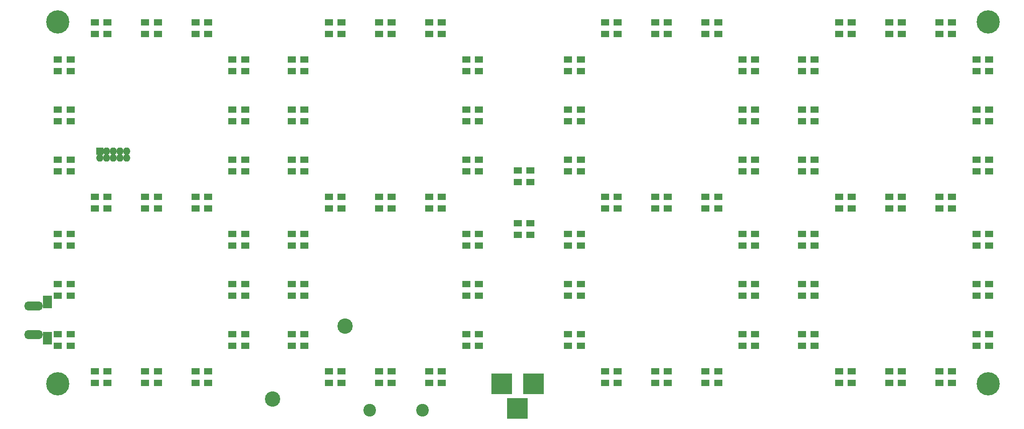
<source format=gbr>
G04 #@! TF.GenerationSoftware,KiCad,Pcbnew,(5.0.0)*
G04 #@! TF.CreationDate,2020-11-20T21:13:12-05:00*
G04 #@! TF.ProjectId,WS2812B Mini Clock,57533238313242204D696E6920436C6F,rev?*
G04 #@! TF.SameCoordinates,Original*
G04 #@! TF.FileFunction,Soldermask,Top*
G04 #@! TF.FilePolarity,Negative*
%FSLAX46Y46*%
G04 Gerber Fmt 4.6, Leading zero omitted, Abs format (unit mm)*
G04 Created by KiCad (PCBNEW (5.0.0)) date 11/20/20 21:13:12*
%MOMM*%
%LPD*%
G01*
G04 APERTURE LIST*
%ADD10R,1.500000X1.300000*%
%ADD11C,4.400000*%
%ADD12C,2.900000*%
%ADD13O,3.550000X1.700000*%
%ADD14R,1.800000X2.400000*%
%ADD15R,1.400000X1.400000*%
%ADD16O,1.400000X1.400000*%
%ADD17C,2.400000*%
%ADD18R,3.900000X3.900000*%
G04 APERTURE END LIST*
D10*
G04 #@! TO.C,U71*
X195200000Y-86150000D03*
X195200000Y-88350000D03*
X192800000Y-88350000D03*
X192800000Y-86150000D03*
G04 #@! TD*
G04 #@! TO.C,U54*
X150950000Y-86150000D03*
X150950000Y-88350000D03*
X148550000Y-88350000D03*
X148550000Y-86150000D03*
G04 #@! TD*
G04 #@! TO.C,U58*
X150950000Y-109650000D03*
X150950000Y-111850000D03*
X148550000Y-111850000D03*
X148550000Y-109650000D03*
G04 #@! TD*
G04 #@! TO.C,U49*
X150950000Y-95650000D03*
X150950000Y-97850000D03*
X148550000Y-97850000D03*
X148550000Y-95650000D03*
G04 #@! TD*
G04 #@! TO.C,U59*
X150950000Y-76650000D03*
X150950000Y-78850000D03*
X148550000Y-78850000D03*
X148550000Y-76650000D03*
G04 #@! TD*
D11*
G04 #@! TO.C,REF3*
X228000000Y-69500000D03*
G04 #@! TD*
D10*
G04 #@! TO.C,U53*
X150950000Y-119150000D03*
X150950000Y-121350000D03*
X148550000Y-121350000D03*
X148550000Y-119150000D03*
G04 #@! TD*
D11*
G04 #@! TO.C,REF4*
X228000000Y-138000000D03*
G04 #@! TD*
D10*
G04 #@! TO.C,U89*
X221200000Y-102650000D03*
X221200000Y-104850000D03*
X218800000Y-104850000D03*
X218800000Y-102650000D03*
G04 #@! TD*
G04 #@! TO.C,U80*
X221200000Y-135650000D03*
X221200000Y-137850000D03*
X218800000Y-137850000D03*
X218800000Y-135650000D03*
G04 #@! TD*
G04 #@! TO.C,U86*
X228200000Y-95650000D03*
X228200000Y-97850000D03*
X225800000Y-97850000D03*
X225800000Y-95650000D03*
G04 #@! TD*
G04 #@! TO.C,U67*
X202200000Y-69650000D03*
X202200000Y-71850000D03*
X199800000Y-71850000D03*
X199800000Y-69650000D03*
G04 #@! TD*
G04 #@! TO.C,U82*
X228200000Y-86150000D03*
X228200000Y-88350000D03*
X225800000Y-88350000D03*
X225800000Y-86150000D03*
G04 #@! TD*
G04 #@! TO.C,U72*
X211700000Y-69650000D03*
X211700000Y-71850000D03*
X209300000Y-71850000D03*
X209300000Y-69650000D03*
G04 #@! TD*
G04 #@! TO.C,U87*
X228200000Y-128650000D03*
X228200000Y-130850000D03*
X225800000Y-130850000D03*
X225800000Y-128650000D03*
G04 #@! TD*
G04 #@! TO.C,U83*
X228200000Y-119150000D03*
X228200000Y-121350000D03*
X225800000Y-121350000D03*
X225800000Y-119150000D03*
G04 #@! TD*
G04 #@! TO.C,U79*
X228200000Y-109650000D03*
X228200000Y-111850000D03*
X225800000Y-111850000D03*
X225800000Y-109650000D03*
G04 #@! TD*
G04 #@! TO.C,U66*
X195200000Y-95650000D03*
X195200000Y-97850000D03*
X192800000Y-97850000D03*
X192800000Y-95650000D03*
G04 #@! TD*
G04 #@! TO.C,U76*
X195200000Y-76650000D03*
X195200000Y-78850000D03*
X192800000Y-78850000D03*
X192800000Y-76650000D03*
G04 #@! TD*
G04 #@! TO.C,U85*
X211700000Y-102650000D03*
X211700000Y-104850000D03*
X209300000Y-104850000D03*
X209300000Y-102650000D03*
G04 #@! TD*
G04 #@! TO.C,U81*
X202200000Y-102650000D03*
X202200000Y-104850000D03*
X199800000Y-104850000D03*
X199800000Y-102650000D03*
G04 #@! TD*
G04 #@! TO.C,U88*
X202200000Y-135650000D03*
X202200000Y-137850000D03*
X199800000Y-137850000D03*
X199800000Y-135650000D03*
G04 #@! TD*
G04 #@! TO.C,U78*
X228200000Y-76650000D03*
X228200000Y-78850000D03*
X225800000Y-78850000D03*
X225800000Y-76650000D03*
G04 #@! TD*
G04 #@! TO.C,U75*
X195200000Y-109650000D03*
X195200000Y-111850000D03*
X192800000Y-111850000D03*
X192800000Y-109650000D03*
G04 #@! TD*
G04 #@! TO.C,U77*
X221200000Y-69650000D03*
X221200000Y-71850000D03*
X218800000Y-71850000D03*
X218800000Y-69650000D03*
G04 #@! TD*
G04 #@! TO.C,U84*
X211700000Y-135650000D03*
X211700000Y-137850000D03*
X209300000Y-137850000D03*
X209300000Y-135650000D03*
G04 #@! TD*
G04 #@! TO.C,U50*
X157950000Y-69650000D03*
X157950000Y-71850000D03*
X155550000Y-71850000D03*
X155550000Y-69650000D03*
G04 #@! TD*
G04 #@! TO.C,U73*
X157950000Y-135650000D03*
X157950000Y-137850000D03*
X155550000Y-137850000D03*
X155550000Y-135650000D03*
G04 #@! TD*
G04 #@! TO.C,U56*
X183950000Y-86150000D03*
X183950000Y-88350000D03*
X181550000Y-88350000D03*
X181550000Y-86150000D03*
G04 #@! TD*
G04 #@! TO.C,U65*
X195200000Y-128650000D03*
X195200000Y-130850000D03*
X192800000Y-130850000D03*
X192800000Y-128650000D03*
G04 #@! TD*
G04 #@! TO.C,U57*
X183950000Y-119150000D03*
X183950000Y-121350000D03*
X181550000Y-121350000D03*
X181550000Y-119150000D03*
G04 #@! TD*
G04 #@! TO.C,U55*
X167450000Y-69650000D03*
X167450000Y-71850000D03*
X165050000Y-71850000D03*
X165050000Y-69650000D03*
G04 #@! TD*
G04 #@! TO.C,U62*
X183950000Y-128650000D03*
X183950000Y-130850000D03*
X181550000Y-130850000D03*
X181550000Y-128650000D03*
G04 #@! TD*
G04 #@! TO.C,U48*
X150950000Y-128650000D03*
X150950000Y-130850000D03*
X148550000Y-130850000D03*
X148550000Y-128650000D03*
G04 #@! TD*
G04 #@! TO.C,U51*
X183950000Y-76650000D03*
X183950000Y-78850000D03*
X181550000Y-78850000D03*
X181550000Y-76650000D03*
G04 #@! TD*
G04 #@! TO.C,U64*
X157950000Y-102650000D03*
X157950000Y-104850000D03*
X155550000Y-104850000D03*
X155550000Y-102650000D03*
G04 #@! TD*
G04 #@! TO.C,U70*
X195200000Y-119150000D03*
X195200000Y-121350000D03*
X192800000Y-121350000D03*
X192800000Y-119150000D03*
G04 #@! TD*
G04 #@! TO.C,U63*
X176950000Y-135650000D03*
X176950000Y-137850000D03*
X174550000Y-137850000D03*
X174550000Y-135650000D03*
G04 #@! TD*
G04 #@! TO.C,U74*
X176950000Y-102650000D03*
X176950000Y-104850000D03*
X174550000Y-104850000D03*
X174550000Y-102650000D03*
G04 #@! TD*
G04 #@! TO.C,U68*
X167450000Y-135650000D03*
X167450000Y-137850000D03*
X165050000Y-137850000D03*
X165050000Y-135650000D03*
G04 #@! TD*
G04 #@! TO.C,U52*
X183950000Y-109650000D03*
X183950000Y-111850000D03*
X181550000Y-111850000D03*
X181550000Y-109650000D03*
G04 #@! TD*
G04 #@! TO.C,U61*
X183950000Y-95650000D03*
X183950000Y-97850000D03*
X181550000Y-97850000D03*
X181550000Y-95650000D03*
G04 #@! TD*
G04 #@! TO.C,U60*
X176950000Y-69650000D03*
X176950000Y-71850000D03*
X174550000Y-71850000D03*
X174550000Y-69650000D03*
G04 #@! TD*
G04 #@! TO.C,U69*
X167450000Y-102650000D03*
X167450000Y-104850000D03*
X165050000Y-104850000D03*
X165050000Y-102650000D03*
G04 #@! TD*
D11*
G04 #@! TO.C,REF2*
X52000000Y-69500000D03*
G04 #@! TD*
D10*
G04 #@! TO.C,U6*
X52050000Y-76650000D03*
X52050000Y-78850000D03*
X54450000Y-78850000D03*
X54450000Y-76650000D03*
G04 #@! TD*
G04 #@! TO.C,U3*
X52050000Y-109650000D03*
X52050000Y-111850000D03*
X54450000Y-111850000D03*
X54450000Y-109650000D03*
G04 #@! TD*
G04 #@! TO.C,U4*
X52050000Y-95650000D03*
X52050000Y-97850000D03*
X54450000Y-97850000D03*
X54450000Y-95650000D03*
G04 #@! TD*
G04 #@! TO.C,U5*
X52050000Y-86150000D03*
X52050000Y-88350000D03*
X54450000Y-88350000D03*
X54450000Y-86150000D03*
G04 #@! TD*
G04 #@! TO.C,U2*
X52050000Y-119150000D03*
X52050000Y-121350000D03*
X54450000Y-121350000D03*
X54450000Y-119150000D03*
G04 #@! TD*
G04 #@! TO.C,U1*
X52050000Y-128650000D03*
X52050000Y-130850000D03*
X54450000Y-130850000D03*
X54450000Y-128650000D03*
G04 #@! TD*
G04 #@! TO.C,U7*
X59050000Y-69650000D03*
X59050000Y-71850000D03*
X61450000Y-71850000D03*
X61450000Y-69650000D03*
G04 #@! TD*
G04 #@! TO.C,U8*
X68550000Y-69650000D03*
X68550000Y-71850000D03*
X70950000Y-71850000D03*
X70950000Y-69650000D03*
G04 #@! TD*
G04 #@! TO.C,U9*
X78050000Y-69650000D03*
X78050000Y-71850000D03*
X80450000Y-71850000D03*
X80450000Y-69650000D03*
G04 #@! TD*
G04 #@! TO.C,U10*
X85050000Y-76650000D03*
X85050000Y-78850000D03*
X87450000Y-78850000D03*
X87450000Y-76650000D03*
G04 #@! TD*
G04 #@! TO.C,U11*
X85050000Y-86150000D03*
X85050000Y-88350000D03*
X87450000Y-88350000D03*
X87450000Y-86150000D03*
G04 #@! TD*
G04 #@! TO.C,U12*
X85050000Y-95650000D03*
X85050000Y-97850000D03*
X87450000Y-97850000D03*
X87450000Y-95650000D03*
G04 #@! TD*
G04 #@! TO.C,U13*
X85050000Y-109650000D03*
X85050000Y-111850000D03*
X87450000Y-111850000D03*
X87450000Y-109650000D03*
G04 #@! TD*
G04 #@! TO.C,U14*
X85050000Y-119150000D03*
X85050000Y-121350000D03*
X87450000Y-121350000D03*
X87450000Y-119150000D03*
G04 #@! TD*
G04 #@! TO.C,U15*
X85050000Y-128650000D03*
X85050000Y-130850000D03*
X87450000Y-130850000D03*
X87450000Y-128650000D03*
G04 #@! TD*
G04 #@! TO.C,U16*
X78050000Y-135650000D03*
X78050000Y-137850000D03*
X80450000Y-137850000D03*
X80450000Y-135650000D03*
G04 #@! TD*
G04 #@! TO.C,U17*
X68550000Y-135650000D03*
X68550000Y-137850000D03*
X70950000Y-137850000D03*
X70950000Y-135650000D03*
G04 #@! TD*
G04 #@! TO.C,U18*
X59050000Y-135650000D03*
X59050000Y-137850000D03*
X61450000Y-137850000D03*
X61450000Y-135650000D03*
G04 #@! TD*
G04 #@! TO.C,U19*
X59050000Y-102650000D03*
X59050000Y-104850000D03*
X61450000Y-104850000D03*
X61450000Y-102650000D03*
G04 #@! TD*
G04 #@! TO.C,U20*
X68550000Y-102650000D03*
X68550000Y-104850000D03*
X70950000Y-104850000D03*
X70950000Y-102650000D03*
G04 #@! TD*
G04 #@! TO.C,U21*
X78050000Y-102650000D03*
X78050000Y-104850000D03*
X80450000Y-104850000D03*
X80450000Y-102650000D03*
G04 #@! TD*
G04 #@! TO.C,U22*
X96300000Y-128650000D03*
X96300000Y-130850000D03*
X98700000Y-130850000D03*
X98700000Y-128650000D03*
G04 #@! TD*
G04 #@! TO.C,U23*
X96300000Y-119150000D03*
X96300000Y-121350000D03*
X98700000Y-121350000D03*
X98700000Y-119150000D03*
G04 #@! TD*
G04 #@! TO.C,U27*
X96300000Y-109650000D03*
X96300000Y-111850000D03*
X98700000Y-111850000D03*
X98700000Y-109650000D03*
G04 #@! TD*
G04 #@! TO.C,U28*
X96300000Y-95650000D03*
X96300000Y-97850000D03*
X98700000Y-97850000D03*
X98700000Y-95650000D03*
G04 #@! TD*
G04 #@! TO.C,U29*
X96300000Y-86150000D03*
X96300000Y-88350000D03*
X98700000Y-88350000D03*
X98700000Y-86150000D03*
G04 #@! TD*
G04 #@! TO.C,U30*
X96300000Y-76650000D03*
X96300000Y-78850000D03*
X98700000Y-78850000D03*
X98700000Y-76650000D03*
G04 #@! TD*
G04 #@! TO.C,U31*
X103300000Y-69650000D03*
X103300000Y-71850000D03*
X105700000Y-71850000D03*
X105700000Y-69650000D03*
G04 #@! TD*
G04 #@! TO.C,U32*
X112800000Y-69650000D03*
X112800000Y-71850000D03*
X115200000Y-71850000D03*
X115200000Y-69650000D03*
G04 #@! TD*
G04 #@! TO.C,U33*
X122300000Y-69650000D03*
X122300000Y-71850000D03*
X124700000Y-71850000D03*
X124700000Y-69650000D03*
G04 #@! TD*
G04 #@! TO.C,U34*
X129300000Y-76650000D03*
X129300000Y-78850000D03*
X131700000Y-78850000D03*
X131700000Y-76650000D03*
G04 #@! TD*
G04 #@! TO.C,U35*
X129300000Y-86150000D03*
X129300000Y-88350000D03*
X131700000Y-88350000D03*
X131700000Y-86150000D03*
G04 #@! TD*
G04 #@! TO.C,U36*
X129300000Y-95650000D03*
X129300000Y-97850000D03*
X131700000Y-97850000D03*
X131700000Y-95650000D03*
G04 #@! TD*
G04 #@! TO.C,U37*
X129300000Y-109650000D03*
X129300000Y-111850000D03*
X131700000Y-111850000D03*
X131700000Y-109650000D03*
G04 #@! TD*
G04 #@! TO.C,U38*
X129300000Y-119150000D03*
X129300000Y-121350000D03*
X131700000Y-121350000D03*
X131700000Y-119150000D03*
G04 #@! TD*
G04 #@! TO.C,U39*
X129300000Y-128650000D03*
X129300000Y-130850000D03*
X131700000Y-130850000D03*
X131700000Y-128650000D03*
G04 #@! TD*
G04 #@! TO.C,U40*
X122300000Y-135650000D03*
X122300000Y-137850000D03*
X124700000Y-137850000D03*
X124700000Y-135650000D03*
G04 #@! TD*
G04 #@! TO.C,U41*
X112800000Y-135650000D03*
X112800000Y-137850000D03*
X115200000Y-137850000D03*
X115200000Y-135650000D03*
G04 #@! TD*
G04 #@! TO.C,U42*
X103300000Y-135650000D03*
X103300000Y-137850000D03*
X105700000Y-137850000D03*
X105700000Y-135650000D03*
G04 #@! TD*
G04 #@! TO.C,U43*
X103300000Y-102650000D03*
X103300000Y-104850000D03*
X105700000Y-104850000D03*
X105700000Y-102650000D03*
G04 #@! TD*
G04 #@! TO.C,U44*
X112800000Y-102650000D03*
X112800000Y-104850000D03*
X115200000Y-104850000D03*
X115200000Y-102650000D03*
G04 #@! TD*
G04 #@! TO.C,U45*
X122300000Y-102650000D03*
X122300000Y-104850000D03*
X124700000Y-104850000D03*
X124700000Y-102650000D03*
G04 #@! TD*
G04 #@! TO.C,U46*
X139050000Y-97650000D03*
X139050000Y-99850000D03*
X141450000Y-99850000D03*
X141450000Y-97650000D03*
G04 #@! TD*
G04 #@! TO.C,U47*
X139050000Y-107650000D03*
X139050000Y-109850000D03*
X141450000Y-109850000D03*
X141450000Y-107650000D03*
G04 #@! TD*
D12*
G04 #@! TO.C,U24*
X92618272Y-140881728D03*
X106406854Y-127093146D03*
G04 #@! TD*
D13*
G04 #@! TO.C,USB1*
X47480000Y-123275000D03*
D14*
X50030000Y-122575000D03*
X50030000Y-129425000D03*
D13*
X47480000Y-128725000D03*
G04 #@! TD*
D15*
G04 #@! TO.C,J1*
X60000000Y-94000000D03*
D16*
X60000000Y-95270000D03*
X61270000Y-94000000D03*
X61270000Y-95270000D03*
X62540000Y-94000000D03*
X62540000Y-95270000D03*
X63810000Y-94000000D03*
X63810000Y-95270000D03*
X65080000Y-94000000D03*
X65080000Y-95270000D03*
G04 #@! TD*
D11*
G04 #@! TO.C,REF\002A\002A*
X52000000Y-138000000D03*
G04 #@! TD*
D17*
G04 #@! TO.C,J2*
X111000000Y-143000000D03*
G04 #@! TD*
G04 #@! TO.C,J3*
X121000000Y-143000000D03*
G04 #@! TD*
D18*
G04 #@! TO.C,J4*
X139000000Y-142700000D03*
X142000000Y-138000000D03*
X136000000Y-138000000D03*
G04 #@! TD*
M02*

</source>
